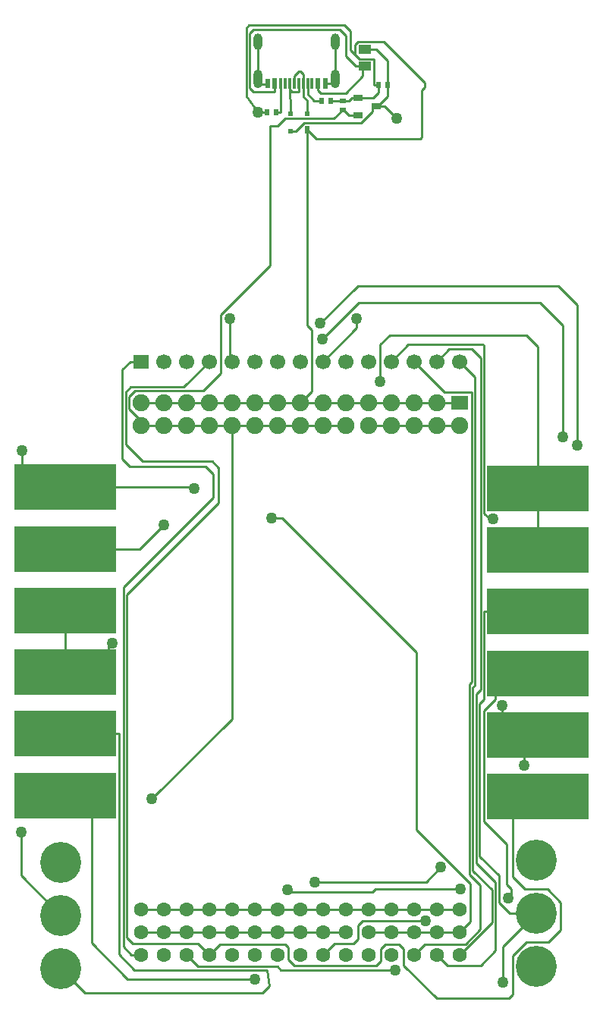
<source format=gbr>
%TF.GenerationSoftware,KiCad,Pcbnew,9.0.6*%
%TF.CreationDate,2025-12-04T14:52:28+01:00*%
%TF.ProjectId,ExtensionBoardBasic,45787465-6e73-4696-9f6e-426f61726442,rev?*%
%TF.SameCoordinates,Original*%
%TF.FileFunction,Copper,L1,Top*%
%TF.FilePolarity,Positive*%
%FSLAX46Y46*%
G04 Gerber Fmt 4.6, Leading zero omitted, Abs format (unit mm)*
G04 Created by KiCad (PCBNEW 9.0.6) date 2025-12-04 14:52:28*
%MOMM*%
%LPD*%
G01*
G04 APERTURE LIST*
%TA.AperFunction,SMDPad,CuDef*%
%ADD10R,11.430000X5.080000*%
%TD*%
%TA.AperFunction,ComponentPad*%
%ADD11C,1.600000*%
%TD*%
%TA.AperFunction,ComponentPad*%
%ADD12R,1.900000X1.574800*%
%TD*%
%TA.AperFunction,ComponentPad*%
%ADD13C,1.900000*%
%TD*%
%TA.AperFunction,ComponentPad*%
%ADD14R,1.700000X1.574800*%
%TD*%
%TA.AperFunction,ComponentPad*%
%ADD15C,1.700000*%
%TD*%
%TA.AperFunction,SMDPad,CuDef*%
%ADD16R,1.450000X1.000000*%
%TD*%
%TA.AperFunction,SMDPad,CuDef*%
%ADD17R,0.700000X0.600000*%
%TD*%
%TA.AperFunction,SMDPad,CuDef*%
%ADD18R,0.600000X0.700000*%
%TD*%
%TA.AperFunction,SMDPad,CuDef*%
%ADD19R,0.600000X0.500000*%
%TD*%
%TA.AperFunction,SMDPad,CuDef*%
%ADD20R,0.600000X0.900000*%
%TD*%
%TA.AperFunction,SMDPad,CuDef*%
%ADD21R,1.000000X0.700000*%
%TD*%
%TA.AperFunction,SMDPad,CuDef*%
%ADD22R,0.300000X1.150000*%
%TD*%
%TA.AperFunction,SMDPad,CuDef*%
%ADD23R,0.500000X1.150000*%
%TD*%
%TA.AperFunction,SMDPad,CuDef*%
%ADD24R,0.500000X1.100000*%
%TD*%
%TA.AperFunction,ComponentPad*%
%ADD25O,1.000000X2.100000*%
%TD*%
%TA.AperFunction,ComponentPad*%
%ADD26O,1.000000X1.850000*%
%TD*%
%TA.AperFunction,ViaPad*%
%ADD27C,1.270000*%
%TD*%
%TA.AperFunction,ViaPad*%
%ADD28C,4.572000*%
%TD*%
%TA.AperFunction,Conductor*%
%ADD29C,0.254000*%
%TD*%
G04 APERTURE END LIST*
D10*
%TO.P,,3*%
%TO.N,//IO4*%
X174744580Y-129751934D03*
%TD*%
D11*
%TO.P,J3,45,45*%
%TO.N,GND*%
X166022610Y-149217584D03*
%TO.P,J3,44,44*%
X163482610Y-149217584D03*
%TO.P,J3,43,43*%
X160942610Y-149217584D03*
%TO.P,J3,42,42*%
X158402610Y-149217584D03*
%TO.P,J3,41,41*%
X155862610Y-149217584D03*
%TO.P,J3,40,40*%
X153322610Y-149217584D03*
%TO.P,J3,39,39*%
X150782610Y-149217584D03*
%TO.P,J3,38,38*%
X148242610Y-149217584D03*
%TO.P,J3,37,37*%
X145702610Y-149217584D03*
%TO.P,J3,36,36*%
X143162610Y-149217584D03*
%TO.P,J3,35,35*%
X140622610Y-149217584D03*
%TO.P,J3,34,34*%
X138082600Y-149217584D03*
%TO.P,J3,33,33*%
X135542600Y-149217584D03*
%TO.P,J3,32,32*%
X133002600Y-149217584D03*
%TO.P,J3,31,31*%
X130462600Y-149217584D03*
%TO.P,J3,30,30*%
%TO.N,+5*%
X166022610Y-151757584D03*
%TO.P,J3,29,29*%
X163482610Y-151757584D03*
%TO.P,J3,28,28*%
X160942610Y-151757584D03*
%TO.P,J3,27,27*%
X158402610Y-151757584D03*
%TO.P,J3,26,26*%
X155862610Y-151757584D03*
%TO.P,J3,25,25*%
%TO.N,+3.3*%
X153322610Y-151757584D03*
%TO.P,J3,24,24*%
X150782610Y-151757584D03*
%TO.P,J3,23,23*%
X148242610Y-151757584D03*
%TO.P,J3,22,22*%
X145702610Y-151757584D03*
%TO.P,J3,21,21*%
X143162610Y-151757584D03*
%TO.P,J3,20,20*%
X140622610Y-151757584D03*
%TO.P,J3,19,19*%
X138082600Y-151757584D03*
%TO.P,J3,18,18*%
X135542600Y-151757584D03*
%TO.P,J3,17,17*%
X133002600Y-151757584D03*
%TO.P,J3,16,16*%
X130462600Y-151757584D03*
%TO.P,J3,15,15*%
%TO.N,//IO44*%
X166022610Y-154297584D03*
%TO.P,J3,14,14*%
%TO.N,//IO43*%
X163482610Y-154297584D03*
%TO.P,J3,13,13*%
%TO.N,//IO38*%
X160942610Y-154297584D03*
%TO.P,J3,12,12*%
%TO.N,//IO18*%
X158402610Y-154297584D03*
%TO.P,J3,11,11*%
%TO.N,//IO17*%
X155862610Y-154297584D03*
%TO.P,J3,10,10*%
%TO.N,//IO15*%
X153322610Y-154297584D03*
%TO.P,J3,9,9*%
%TO.N,//IO10*%
X150782610Y-154297584D03*
%TO.P,J3,8,8*%
%TO.N,//IO9*%
X148242610Y-154297584D03*
%TO.P,J3,7,7*%
%TO.N,//IO8*%
X145702580Y-154297584D03*
%TO.P,J3,6,6*%
%TO.N,//IO7*%
X143162580Y-154297584D03*
%TO.P,J3,5,5*%
%TO.N,//IO6*%
X140622610Y-154297584D03*
%TO.P,J3,4,4*%
%TO.N,//IO5*%
X138082600Y-154297584D03*
%TO.P,J3,3,3*%
%TO.N,//IO4*%
X135542600Y-154297584D03*
%TO.P,J3,2,2*%
%TO.N,//IO02*%
X133002600Y-154297584D03*
%TO.P,J3,1,1*%
%TO.N,//IO01*%
X130462600Y-154297584D03*
%TD*%
D12*
%TO.P,J2,1,1*%
%TO.N,GND*%
X166022580Y-92651584D03*
D13*
%TO.P,J2,2,2*%
%TO.N,+5*%
X166022580Y-95191584D03*
%TO.P,J2,3,3*%
%TO.N,GND*%
X163482580Y-92651584D03*
%TO.P,J2,4,4*%
%TO.N,+5*%
X163482580Y-95191584D03*
%TO.P,J2,5,5*%
%TO.N,GND*%
X160942580Y-92651584D03*
%TO.P,J2,6,6*%
%TO.N,+5*%
X160942580Y-95191584D03*
%TO.P,J2,7,7*%
%TO.N,GND*%
X158402580Y-92651584D03*
%TO.P,J2,8,8*%
%TO.N,+5*%
X158402580Y-95191584D03*
%TO.P,J2,9,9*%
%TO.N,GND*%
X155862580Y-92651584D03*
%TO.P,J2,10,10*%
%TO.N,+5*%
X155862580Y-95191584D03*
%TO.P,J2,11,11*%
%TO.N,GND*%
X153322580Y-92651584D03*
%TO.P,J2,12,12*%
%TO.N,+3.3*%
X153322580Y-95191584D03*
%TO.P,J2,13,13*%
%TO.N,GND*%
X150782580Y-92651584D03*
%TO.P,J2,14,14*%
%TO.N,+3.3*%
X150782580Y-95191584D03*
%TO.P,J2,15,15*%
%TO.N,GND*%
X148242580Y-92651584D03*
%TO.P,J2,16,16*%
%TO.N,+3.3*%
X148242580Y-95191584D03*
%TO.P,J2,17,17*%
%TO.N,GND*%
X145702580Y-92651584D03*
%TO.P,J2,18,18*%
%TO.N,+3.3*%
X145702580Y-95191584D03*
%TO.P,J2,19,19*%
%TO.N,GND*%
X143162580Y-92651584D03*
%TO.P,J2,20,20*%
%TO.N,+3.3*%
X143162580Y-95191584D03*
%TO.P,J2,21,21*%
%TO.N,GND*%
X140622580Y-92651584D03*
%TO.P,J2,22,22*%
%TO.N,+3.3*%
X140622580Y-95191584D03*
%TO.P,J2,23,23*%
%TO.N,GND*%
X138082580Y-92651584D03*
%TO.P,J2,24,24*%
%TO.N,+3.3*%
X138082580Y-95191584D03*
%TO.P,J2,25,25*%
%TO.N,GND*%
X135542580Y-92651584D03*
%TO.P,J2,26,26*%
%TO.N,+3.3*%
X135542580Y-95191584D03*
%TO.P,J2,27,27*%
%TO.N,GND*%
X133002580Y-92651584D03*
%TO.P,J2,28,28*%
%TO.N,+3.3*%
X133002580Y-95191584D03*
%TO.P,J2,29,29*%
%TO.N,GND*%
X130462580Y-92651584D03*
%TO.P,J2,30,30*%
%TO.N,+3.3*%
X130462580Y-95191584D03*
%TD*%
D14*
%TO.P,J1,1,1*%
%TO.N,//IO01*%
X130462580Y-88079584D03*
D15*
%TO.P,J1,2,2*%
%TO.N,//IO02*%
X133002580Y-88079584D03*
%TO.P,J1,3,3*%
%TO.N,//IO4*%
X135542580Y-88079584D03*
%TO.P,J1,4,4*%
%TO.N,//IO5*%
X138082580Y-88079584D03*
%TO.P,J1,5,5*%
%TO.N,//IO6*%
X140622580Y-88079584D03*
%TO.P,J1,6,6*%
%TO.N,//IO7*%
X143162580Y-88079584D03*
%TO.P,J1,7,7*%
%TO.N,//IO8*%
X145702580Y-88079584D03*
%TO.P,J1,8,8*%
%TO.N,//IO9*%
X148242580Y-88079584D03*
%TO.P,J1,9,9*%
%TO.N,//IO10*%
X150782580Y-88079584D03*
%TO.P,J1,10,10*%
%TO.N,//IO15*%
X153322580Y-88079584D03*
%TO.P,J1,11,11*%
%TO.N,//IO17*%
X155862580Y-88079584D03*
%TO.P,J1,12,12*%
%TO.N,//IO18*%
X158402580Y-88079584D03*
%TO.P,J1,13,13*%
%TO.N,//IO38*%
X160942580Y-88079584D03*
%TO.P,J1,14,14*%
%TO.N,//IO43*%
X163482580Y-88079584D03*
%TO.P,J1,15,15*%
%TO.N,//IO44*%
X166022580Y-88079584D03*
%TD*%
D16*
%TO.P,F1,2,2*%
%TO.N,//fuse*%
X155440580Y-55105604D03*
%TO.P,F1,1,1*%
%TO.N,+5*%
X155440580Y-53205604D03*
%TD*%
D17*
%TO.P,C1,2,2*%
%TO.N,+3.3*%
X153027580Y-59989614D03*
%TO.P,C1,1,1*%
%TO.N,GND*%
X153027580Y-58989624D03*
%TD*%
D18*
%TO.P,C2,2,2*%
%TO.N,+5*%
X157972600Y-57203594D03*
%TO.P,C2,1,1*%
%TO.N,GND*%
X156972610Y-57203594D03*
%TD*%
%TO.P,R1,2,2*%
%TO.N,Net-(USB1-CC2)*%
X145526600Y-60251594D03*
%TO.P,R1,1,1*%
%TO.N,GND*%
X144526610Y-60251594D03*
%TD*%
%TO.P,R2,2,2*%
%TO.N,Net-(USB1-CC1)*%
X150630580Y-58981594D03*
%TO.P,R2,1,1*%
%TO.N,GND*%
X151630580Y-58981594D03*
%TD*%
D19*
%TO.P,U1,3,I/O_2*%
%TO.N,D_P*%
X147124570Y-60394594D03*
%TO.P,U1,4,Vcc*%
%TO.N,+5*%
X147124570Y-62394594D03*
%TO.P,U1,2,I/O_1*%
%TO.N,D_N*%
X149024590Y-60394594D03*
D20*
%TO.P,U1,1,GND*%
%TO.N,GND*%
X149024590Y-62194594D03*
%TD*%
D21*
%TO.P,U2,3,VIN*%
%TO.N,+5*%
X156694580Y-59616594D03*
%TO.P,U2,2,VOUT*%
%TO.N,+3.3*%
X154694580Y-60566604D03*
%TO.P,U2,1,VSS*%
%TO.N,GND*%
X154694580Y-58666584D03*
%TD*%
D22*
%TO.P,USB1,A6,DP1*%
%TO.N,D_P*%
X148057610Y-57076594D03*
%TO.P,USB1,A7,DN1*%
%TO.N,D_N*%
X147557590Y-57076594D03*
%TO.P,USB1,B6,DP2*%
%TO.N,D_P*%
X147057620Y-57076594D03*
%TO.P,USB1,B8,SBU2*%
%TO.N,unconnected-(USB1-SBU2-PadB8)*%
X146557590Y-57076594D03*
%TO.P,USB1,B7,DN2*%
%TO.N,D_N*%
X148557590Y-57076594D03*
%TO.P,USB1,A5,CC1*%
%TO.N,Net-(USB1-CC1)*%
X149057610Y-57076594D03*
%TO.P,USB1,A8,SBU1*%
%TO.N,unconnected-(USB1-SBU1-PadA8)*%
X149557580Y-57076594D03*
%TO.P,USB1,B5,CC2*%
%TO.N,Net-(USB1-CC2)*%
X146057620Y-57076594D03*
D23*
%TO.P,USB1,A4B9,VBUS*%
%TO.N,//fuse*%
X150207570Y-57076594D03*
%TO.P,USB1,A1B12,GND*%
%TO.N,GND*%
X151007620Y-57076594D03*
%TO.P,USB1,B4A9,VBUS*%
%TO.N,//fuse*%
X145407580Y-57076594D03*
D24*
%TO.P,USB1,B1A12,GND*%
%TO.N,GND*%
X144607580Y-57076594D03*
D25*
%TO.P,USB1,A1B12,GND*%
X152127610Y-56526584D03*
%TO.P,USB1,B1A12,GND*%
X143487590Y-56526584D03*
D26*
%TO.P,USB1,A1B12,GND*%
X152127610Y-52376574D03*
%TO.P,USB1,B1A12,GND*%
X143487590Y-52376574D03*
%TD*%
D10*
%TO.P,,3*%
%TO.N,GND*%
X174744580Y-102227584D03*
%TD*%
%TO.P,,3*%
%TO.N,+3.3*%
X122039580Y-108993234D03*
%TD*%
%TO.P,,3*%
%TO.N,+5*%
X122039580Y-102112114D03*
%TD*%
%TO.P,,3*%
%TO.N,GND*%
X174744580Y-109108694D03*
%TD*%
%TO.P,,3*%
%TO.N,GND*%
X122039580Y-115874294D03*
%TD*%
%TO.P,,3*%
%TO.N,//IO6*%
X122039580Y-129636474D03*
%TD*%
%TO.P,,3*%
%TO.N,GND*%
X122039580Y-122755404D03*
%TD*%
%TO.P,,3*%
%TO.N,//IO02*%
X174744580Y-122870874D03*
%TD*%
%TO.P,,3*%
%TO.N,//IO5*%
X174744580Y-136633054D03*
%TD*%
%TO.P,,3*%
%TO.N,//IO01*%
X174744580Y-115989764D03*
%TD*%
%TO.P,,3*%
%TO.N,//IO7*%
X122039580Y-136517584D03*
%TD*%
D27*
%TO.N,//IO4*%
X170782180Y-126484584D03*
X173195180Y-133190184D03*
X158793380Y-155973984D03*
%TO.N,//IO7*%
X143172380Y-156989984D03*
D28*
%TO.N,//IO01*%
X174617580Y-149662084D03*
D27*
%TO.N,//IO02*%
X171442580Y-147998384D03*
%TO.N,//IO8*%
X166108580Y-146931584D03*
%TO.N,//IO9*%
X163949580Y-144518584D03*
X149852580Y-146169584D03*
%TO.N,//IO8*%
X146804580Y-147058584D03*
D28*
%TO.N,//IO6*%
X121531580Y-155821584D03*
D27*
%TO.N,//IO8*%
X179189580Y-97401584D03*
X150487580Y-83812584D03*
%TO.N,//IO9*%
X150741580Y-85580574D03*
%TO.N,//IO18*%
X169766180Y-105656584D03*
%TO.N,//IO10*%
X154541570Y-83304584D03*
%TO.N,//IO9*%
X177538580Y-96512584D03*
%TO.N,//IO6*%
X140378380Y-83304584D03*
%TO.N,//IO01*%
X170871180Y-157383584D03*
%TO.N,//IO10*%
X162222380Y-150487584D03*
D28*
%TO.N,//IO02*%
X174617580Y-155567584D03*
D27*
%TO.N,+5*%
X158996580Y-60952584D03*
X136390580Y-102227584D03*
D28*
X174617580Y-143756584D03*
D27*
%TO.N,+3.3*%
X131691580Y-136898584D03*
%TO.N,+5*%
X145026580Y-105529584D03*
X117213580Y-98036584D03*
X117086580Y-140581584D03*
D28*
X121531580Y-149916084D03*
D27*
%TO.N,+3.3*%
X132986980Y-106342384D03*
%TO.N,GND*%
X143487590Y-60251594D03*
X157167780Y-90340384D03*
X127221180Y-119499584D03*
D28*
X121531580Y-144010584D03*
%TD*%
D29*
%TO.N,//IO7*%
X124935180Y-152951384D02*
X124935180Y-136517584D01*
%TO.N,//IO5*%
X135237570Y-90924584D02*
X138082580Y-88079584D01*
X129278580Y-90924584D02*
X135237570Y-90924584D01*
X128745180Y-91457984D02*
X129278580Y-90924584D01*
X128745180Y-97325384D02*
X128745180Y-91457984D01*
X128745180Y-97325384D02*
X130650180Y-99230384D01*
X130650180Y-99230384D02*
X138422580Y-99230384D01*
X138422580Y-99230384D02*
X139123770Y-99931574D01*
X139123770Y-103836924D02*
X139123770Y-99931574D01*
X128897580Y-114063124D02*
X139123770Y-103836924D01*
X128897580Y-152392584D02*
X128897580Y-114063124D01*
X128897580Y-152392584D02*
X129532580Y-153027584D01*
X129532580Y-153027584D02*
X136812630Y-153027584D01*
X136812630Y-153027584D02*
X138082630Y-154297584D01*
X138082630Y-154297584D02*
X139263630Y-153116584D01*
X139263630Y-153116584D02*
X146550580Y-153116584D01*
X146550580Y-153116584D02*
X146883630Y-153449634D01*
X146883630Y-154808424D02*
X146883630Y-153449634D01*
X146883630Y-154808424D02*
X147566580Y-155491384D01*
X147566580Y-155491384D02*
X156710580Y-155491384D01*
X156710580Y-155491384D02*
X157218580Y-154983384D01*
X157218580Y-154983384D02*
X157218580Y-153611784D01*
X157218580Y-153611784D02*
X157726580Y-153103784D01*
X157726580Y-153103784D02*
X159250580Y-153103784D01*
X159250580Y-153103784D02*
X159758580Y-153611784D01*
X159758580Y-155465984D02*
X159758580Y-153611784D01*
X159758580Y-155465984D02*
X163466980Y-159174384D01*
X163466980Y-159174384D02*
X171493380Y-159174384D01*
X171493380Y-159174384D02*
X171950580Y-158717184D01*
X171950580Y-158717184D02*
X171950580Y-154424584D01*
X171950580Y-154424584D02*
X173474580Y-152900584D01*
X173474580Y-152900584D02*
X175938380Y-152900584D01*
X175938380Y-152900584D02*
X177284580Y-151554384D01*
X177284580Y-151554384D02*
X177284580Y-148455584D01*
X175811380Y-146982384D02*
X177284580Y-148455584D01*
X173296780Y-146982384D02*
X175811380Y-146982384D01*
X171950580Y-145636184D02*
X173296780Y-146982384D01*
%TO.N,//IO4*%
X170782180Y-129751934D02*
X170782180Y-126484584D01*
X170782180Y-129751934D02*
X174744580Y-129751934D01*
X174744580Y-131259784D02*
X174744580Y-129751934D01*
X174100330Y-131259784D02*
X174744580Y-131259784D01*
X173195180Y-133190184D02*
X173195180Y-132164934D01*
X173195180Y-132164934D02*
X174100330Y-131259784D01*
X146068690Y-155973984D02*
X158793380Y-155973984D01*
X145687690Y-155592984D02*
X146068690Y-155973984D01*
X136838030Y-155592984D02*
X145687690Y-155592984D01*
X135542630Y-154297584D02*
X136838030Y-155592984D01*
%TO.N,//IO01*%
X168775580Y-115989764D02*
X174744580Y-115989764D01*
%TO.N,//IO7*%
X128973780Y-156989984D02*
X143172380Y-156989984D01*
X124935180Y-152951384D02*
X128973780Y-156989984D01*
X122039580Y-136517584D02*
X124935180Y-136517584D01*
%TO.N,//fuse*%
X150207570Y-57777584D02*
X150537770Y-58107784D01*
X150207570Y-57777584D02*
X150207570Y-57076594D01*
X150537770Y-58107784D02*
X153306980Y-58107784D01*
X153306980Y-58107784D02*
X155211980Y-56202784D01*
X155211980Y-56202784D02*
X155211980Y-55105604D01*
X154470400Y-55105604D02*
X155211980Y-55105604D01*
X155211980Y-55105604D02*
X155440580Y-55105604D01*
X153332380Y-53967584D02*
X154470400Y-55105604D01*
X153332380Y-53967584D02*
X153332380Y-51732384D01*
X152646580Y-51046584D02*
X153332380Y-51732384D01*
X142969180Y-51046584D02*
X152646580Y-51046584D01*
X142588180Y-51427584D02*
X142969180Y-51046584D01*
X142588180Y-57574384D02*
X142588180Y-51427584D01*
X142588180Y-57574384D02*
X142994580Y-57980784D01*
X142994580Y-57980784D02*
X145407580Y-57980784D01*
X145407580Y-57980784D02*
X145407580Y-57076594D01*
%TO.N,//IO38*%
X160942580Y-88079584D02*
X164346130Y-91483134D01*
X164346130Y-91483134D02*
X167353590Y-91483134D01*
X167353590Y-123858734D02*
X167353590Y-91483134D01*
X167124580Y-124087734D02*
X167353590Y-123858734D01*
X167124580Y-145331384D02*
X167124580Y-124087734D01*
X167124580Y-145331384D02*
X168292980Y-146499784D01*
X168292980Y-151478184D02*
X168292980Y-146499784D01*
X166667380Y-153103784D02*
X168292980Y-151478184D01*
X162136380Y-153103784D02*
X166667380Y-153103784D01*
X160942580Y-154297584D02*
X162136380Y-153103784D01*
%TO.N,//IO43*%
X163482580Y-88079584D02*
X164879370Y-86682784D01*
X164879370Y-86682784D02*
X167378580Y-86682784D01*
X167378580Y-86682784D02*
X168394580Y-87698784D01*
X168394580Y-124722734D02*
X168394580Y-87698784D01*
X167886580Y-125230734D02*
X168394580Y-124722734D01*
X167886580Y-144063214D02*
X167886580Y-125230734D01*
X167886580Y-144063214D02*
X170045580Y-146222214D01*
X170045580Y-153840384D02*
X170045580Y-146222214D01*
X168394580Y-155491384D02*
X170045580Y-153840384D01*
X164676380Y-155491384D02*
X168394580Y-155491384D01*
X163482580Y-154297584D02*
X164676380Y-155491384D01*
%TO.N,//IO44*%
X166022580Y-88079584D02*
X167734590Y-89791594D01*
X167734590Y-124239734D02*
X167734590Y-89791594D01*
X167505580Y-124468734D02*
X167734590Y-124239734D01*
X167505580Y-144899584D02*
X167505580Y-124468734D01*
X167505580Y-144899584D02*
X169664580Y-147058584D01*
X169664580Y-150655524D02*
X169664580Y-147058584D01*
X166022530Y-154297584D02*
X169664580Y-150655524D01*
%TO.N,//IO8*%
X156636620Y-146931584D02*
X166108580Y-146931584D01*
X156255620Y-147312584D02*
X156636620Y-146931584D01*
X147058580Y-147312584D02*
X156255620Y-147312584D01*
X179189580Y-96766584D02*
X179189580Y-81780584D01*
X177030580Y-79621584D02*
X179189580Y-81780584D01*
X154678580Y-79621584D02*
X177030580Y-79621584D01*
X150487580Y-83812584D02*
X154678580Y-79621584D01*
%TO.N,//IO02*%
X171747380Y-147693584D02*
X171747380Y-146931584D01*
X171442580Y-147998384D02*
X171747380Y-147693584D01*
X171264780Y-146448984D02*
X171747380Y-146931584D01*
X171264780Y-146448984D02*
X171264780Y-141927784D01*
X168775580Y-139438584D02*
X171264780Y-141927784D01*
X168775580Y-139438584D02*
X168775580Y-127017984D01*
X168775580Y-127017984D02*
X169994780Y-125798784D01*
X169994780Y-125798784D02*
X169994780Y-122870874D01*
X169994780Y-122870874D02*
X174744580Y-122870874D01*
%TO.N,//IO10*%
X154541570Y-84320584D02*
X154541570Y-83304584D01*
X150782580Y-88079584D02*
X154541570Y-84320584D01*
X155186580Y-150487584D02*
X162222380Y-150487584D01*
X154678580Y-150995584D02*
X155186580Y-150487584D01*
X154678580Y-152519584D02*
X154678580Y-150995584D01*
X154170580Y-153027584D02*
X154678580Y-152519584D01*
X152052580Y-153027584D02*
X154170580Y-153027584D01*
X150782580Y-154297584D02*
X152052580Y-153027584D01*
%TO.N,//IO01*%
X170871180Y-153408484D02*
X174617580Y-149662084D01*
X171582280Y-149662084D02*
X174617580Y-149662084D01*
X170871180Y-157383584D02*
X170871180Y-153408484D01*
X170426580Y-148506384D02*
X171582280Y-149662084D01*
X170426580Y-148506384D02*
X170426580Y-145471084D01*
X168267580Y-143312084D02*
X170426580Y-145471084D01*
X168267580Y-143312084D02*
X168267580Y-126289964D01*
X168267580Y-126289964D02*
X168775580Y-125781964D01*
X168775580Y-125781964D02*
X168775580Y-115989764D01*
X129405580Y-154297584D02*
X130462630Y-154297584D01*
X128516580Y-153408584D02*
X129405580Y-154297584D01*
X128516580Y-153408584D02*
X128516580Y-113280594D01*
X128516580Y-113280594D02*
X138498780Y-103298394D01*
X138498780Y-103298394D02*
X138498780Y-100652784D01*
X137660580Y-99814584D02*
X138498780Y-100652784D01*
X129202380Y-99814584D02*
X137660580Y-99814584D01*
X128364180Y-98976384D02*
X129202380Y-99814584D01*
X128364180Y-98976384D02*
X128364180Y-88993984D01*
X128364180Y-88993984D02*
X129278580Y-88079584D01*
X129278580Y-88079584D02*
X130462580Y-88079584D01*
%TO.N,//IO9*%
X162298580Y-146169584D02*
X163949580Y-144518584D01*
X150106580Y-146169584D02*
X162298580Y-146169584D01*
X177538580Y-96258584D02*
X177538580Y-84066584D01*
X174998580Y-81526584D02*
X177538580Y-84066584D01*
X154795570Y-81526584D02*
X174998580Y-81526584D01*
X150741580Y-85580574D02*
X154795570Y-81526584D01*
%TO.N,//IO6*%
X140378380Y-87835384D02*
X140378380Y-83304584D01*
X140378380Y-87835384D02*
X140622580Y-88079584D01*
X121531580Y-155821584D02*
X124223980Y-158513984D01*
X124223980Y-158513984D02*
X144010580Y-158513984D01*
X144010580Y-158513984D02*
X144772580Y-157751984D01*
X144518580Y-155973984D02*
X144772580Y-157751984D01*
X129735780Y-155973984D02*
X144518580Y-155973984D01*
X128008580Y-154246784D02*
X129735780Y-155973984D01*
X128008580Y-154246784D02*
X128008580Y-129636474D01*
X122039580Y-129636474D02*
X128008580Y-129636474D01*
%TO.N,//IO18*%
X169410580Y-105656584D02*
X169766180Y-105656584D01*
X168775580Y-105021584D02*
X169410580Y-105656584D01*
X168775580Y-105021584D02*
X168775580Y-86301784D01*
X168648580Y-86174784D02*
X168775580Y-86301784D01*
X160307370Y-86174784D02*
X168648580Y-86174784D01*
X158402580Y-88079584D02*
X160307370Y-86174784D01*
%TO.N,Net-(USB1-CC2)*%
X146057620Y-60251594D02*
X146057620Y-57076594D01*
X145526600Y-60251594D02*
X146057620Y-60251594D01*
%TO.N,Net-(USB1-CC1)*%
X149057610Y-58234784D02*
X149057610Y-57076594D01*
X149057610Y-58234784D02*
X149804420Y-58981594D01*
X149804420Y-58981594D02*
X150630580Y-58981594D01*
%TO.N,+5*%
X157660590Y-59616594D02*
X158996580Y-60952584D01*
%TO.N,GND*%
X161641790Y-63238584D02*
X161790580Y-63089794D01*
X150068580Y-63238584D02*
X161641790Y-63238584D01*
X161790580Y-63089794D02*
X161790580Y-57828384D01*
X149024590Y-62194594D02*
X150068580Y-63238584D01*
X161790580Y-57828384D02*
X162171580Y-57447384D01*
X157574180Y-52341984D02*
X162171580Y-56939384D01*
X162171580Y-57447384D02*
X162171580Y-56939384D01*
%TO.N,+5*%
X156844580Y-59616594D02*
X157660590Y-59616594D01*
X156694580Y-59616594D02*
X156844580Y-59616594D01*
X156544580Y-59616594D02*
X156694580Y-59616594D01*
X156321580Y-59839594D02*
X156544580Y-59616594D01*
X156321580Y-60148824D02*
X156321580Y-59839594D01*
X155003250Y-61467154D02*
X156321580Y-60148824D01*
X148642820Y-61467154D02*
X155003250Y-61467154D01*
X148197480Y-61912494D02*
X148642820Y-61467154D01*
X148197480Y-61972684D02*
X148197480Y-61912494D01*
X147775570Y-62394594D02*
X148197480Y-61972684D01*
X147124570Y-62394594D02*
X147775570Y-62394594D01*
%TO.N,+3.3*%
X145691410Y-61811754D02*
X146550580Y-60952584D01*
X146550580Y-60952584D02*
X152014610Y-60952584D01*
X152014610Y-60952584D02*
X152977580Y-59989614D01*
X153027580Y-59989614D02*
X153077580Y-59989614D01*
X152977580Y-59989614D02*
X153027580Y-59989614D01*
X153654570Y-60566604D02*
X154694580Y-60566604D01*
X153077580Y-59989614D02*
X153654570Y-60566604D01*
X144899580Y-61811754D02*
X145691410Y-61811754D01*
X144899580Y-77346544D02*
X144899580Y-61811754D01*
X139362380Y-82883744D02*
X144899580Y-77346544D01*
%TO.N,GND*%
X158234580Y-85107984D02*
X173474580Y-85107984D01*
X157167780Y-86174784D02*
X158234580Y-85107984D01*
X174744580Y-102227584D02*
X174744580Y-86377984D01*
X157167780Y-90340384D02*
X157167780Y-86174784D01*
X173474580Y-85107984D02*
X174744580Y-86377984D01*
%TO.N,+3.3*%
X129131570Y-93327574D02*
X130995570Y-95191584D01*
X130995570Y-95191584D02*
X133002580Y-95191584D01*
X130462580Y-95191584D02*
X130995570Y-95191584D01*
%TO.N,+5*%
X156844580Y-59616594D02*
X157972600Y-58488564D01*
X157972600Y-58488564D02*
X157972600Y-57203594D01*
X157972600Y-57203594D02*
X157980580Y-57195614D01*
X157980580Y-57195614D02*
X157980580Y-54475584D01*
X155440580Y-53205584D02*
X156710580Y-53205584D01*
X156710580Y-53205584D02*
X157980580Y-54475584D01*
%TO.N,GND*%
X154830980Y-54348584D02*
X156431180Y-54348584D01*
X156431180Y-57203594D02*
X156431180Y-54348584D01*
%TO.N,+5*%
X122039580Y-102112114D02*
X136275110Y-102112114D01*
X136275110Y-102112114D02*
X136390580Y-102227584D01*
%TO.N,+3.3*%
X137391590Y-91320574D02*
X139362380Y-89349784D01*
X129786580Y-91320574D02*
X137391590Y-91320574D01*
X139362380Y-89349784D02*
X139362380Y-82883744D01*
X129131570Y-91975584D02*
X129786580Y-91320574D01*
X129131570Y-93327574D02*
X129131570Y-91975584D01*
%TO.N,+5*%
X162249800Y-141381964D02*
X162249800Y-141381964D01*
X161182830Y-140314994D02*
X162249800Y-141381964D01*
X162249800Y-141381964D02*
X167203600Y-146335764D01*
X161182830Y-140314994D02*
X161182830Y-120527444D01*
X166022600Y-151757584D02*
X167203600Y-150576584D01*
X167203600Y-150576584D02*
X167203600Y-146335764D01*
X166022530Y-151757584D02*
X166022600Y-151757584D01*
%TO.N,+3.3*%
X131691580Y-136898584D02*
X140622580Y-127967584D01*
X140622580Y-127967584D02*
X140622580Y-95191584D01*
X150782580Y-151757584D02*
X153322580Y-151757584D01*
X148242580Y-151757584D02*
X150782580Y-151757584D01*
X145702580Y-151757584D02*
X148242580Y-151757584D01*
X143162580Y-151757584D02*
X145702580Y-151757584D01*
X140622580Y-151757584D02*
X143162580Y-151757584D01*
X138082630Y-151757584D02*
X140622580Y-151757584D01*
X135542630Y-151757584D02*
X138082630Y-151757584D01*
X133002630Y-151757584D02*
X135542630Y-151757584D01*
X130462630Y-151757584D02*
X133002630Y-151757584D01*
%TO.N,+5*%
X163482580Y-151757584D02*
X166022530Y-151757584D01*
X160942580Y-151757584D02*
X163482580Y-151757584D01*
X158402580Y-151757584D02*
X160942580Y-151757584D01*
X155862580Y-151757584D02*
X158402580Y-151757584D01*
X145026580Y-105529584D02*
X146184970Y-105529584D01*
X146184970Y-105529584D02*
X161182830Y-120527444D01*
%TO.N,GND*%
X155862580Y-149217584D02*
X158402580Y-149217584D01*
X158402580Y-149217584D02*
X160942580Y-149217584D01*
X160942580Y-149217584D02*
X163482580Y-149217584D01*
X153322580Y-149217584D02*
X155862580Y-149217584D01*
X143162580Y-149217584D02*
X145702580Y-149217584D01*
X145702580Y-149217584D02*
X148242580Y-149217584D01*
X140622580Y-149217584D02*
X143162580Y-149217584D01*
%TO.N,+3.3*%
X150782580Y-95191584D02*
X153322580Y-95191584D01*
X148242580Y-95191584D02*
X150782580Y-95191584D01*
X145702580Y-95191584D02*
X148242580Y-95191584D01*
X143162580Y-95191584D02*
X145702580Y-95191584D01*
X140622580Y-95191584D02*
X143162580Y-95191584D01*
%TO.N,+5*%
X117213580Y-99699114D02*
X117213580Y-98036584D01*
X119626580Y-102112114D02*
X122039580Y-102112114D01*
X117213580Y-99699114D02*
X119626580Y-102112114D01*
X117086580Y-145471084D02*
X117086580Y-140835584D01*
X117086580Y-145471084D02*
X121531580Y-149916084D01*
%TO.N,GND*%
X149496980Y-91397174D02*
X149496980Y-84549184D01*
X149024590Y-84076794D02*
X149024590Y-62197184D01*
X149024590Y-84076794D02*
X149496980Y-84549184D01*
X148242580Y-92651584D02*
X149496980Y-91397174D01*
X149024590Y-62197184D02*
X149024590Y-62194594D01*
X174744580Y-109108694D02*
X174744580Y-102227584D01*
%TO.N,D_P*%
X147057620Y-57675014D02*
X147057620Y-57076594D01*
X147057620Y-58726634D02*
X147057620Y-57675014D01*
%TO.N,GND*%
X154322980Y-53840584D02*
X154830980Y-54348584D01*
X153809190Y-53326794D02*
X154322980Y-53840584D01*
X151007620Y-57076594D02*
X152127610Y-57076594D01*
X143487590Y-57091784D02*
X144607580Y-57091784D01*
X126865580Y-122755404D02*
X126865580Y-119855184D01*
X143487590Y-60251594D02*
X144526610Y-60251594D01*
X142207180Y-58448194D02*
X143487590Y-60251594D01*
X142207180Y-58448194D02*
X142207180Y-50817984D01*
X142207180Y-50817984D02*
X142486580Y-50538584D01*
X142486580Y-50538584D02*
X153154580Y-50538584D01*
X153154580Y-50538584D02*
X153809190Y-51193194D01*
X153809190Y-53326794D02*
X153809190Y-51193194D01*
%TO.N,+3.3*%
X122039580Y-108993234D02*
X130336130Y-108993234D01*
X130336130Y-108993234D02*
X132986980Y-106342384D01*
%TO.N,D_P*%
X147057620Y-58726634D02*
X147124570Y-58793584D01*
X147124570Y-60394594D02*
X147124570Y-58793584D01*
%TO.N,GND*%
X154678580Y-52341984D02*
X157574180Y-52341984D01*
X154322980Y-52697584D02*
X154678580Y-52341984D01*
X154322980Y-53840584D02*
X154322980Y-52697584D01*
X156431180Y-57203594D02*
X156972610Y-57203594D01*
%TO.N,D_P*%
X148057610Y-57929984D02*
X148057610Y-57076594D01*
X147312580Y-57929984D02*
X148057610Y-57929984D01*
X147057620Y-57675014D02*
X147312580Y-57929984D01*
%TO.N,GND*%
X122039580Y-122755404D02*
X126865580Y-122755404D01*
X126865580Y-119855184D02*
X127221180Y-119499584D01*
%TO.N,D_N*%
X148557590Y-57076594D02*
X148557590Y-55999584D01*
X148252790Y-55694784D02*
X148557590Y-55999584D01*
X148074580Y-55694784D02*
X148252790Y-55694784D01*
X147557590Y-56211774D02*
X148074580Y-55694784D01*
X147557590Y-57076594D02*
X147557590Y-56211774D01*
%TO.N,GND*%
X156972610Y-58031584D02*
X156972610Y-57203594D01*
X156337610Y-58666584D02*
X156972610Y-58031584D01*
X154694580Y-58666584D02*
X156337610Y-58666584D01*
X143487590Y-57091784D02*
X143487590Y-56526584D01*
X144607580Y-57091784D02*
X144607580Y-57076594D01*
X152127610Y-57076594D02*
X152127610Y-56526584D01*
X122039580Y-122755404D02*
X122039580Y-115874294D01*
%TO.N,D_N*%
X148557590Y-58504384D02*
X148557590Y-57076594D01*
X148557590Y-58504384D02*
X149024590Y-58971384D01*
X149024590Y-60394594D02*
X149024590Y-58971384D01*
%TO.N,GND*%
X143487590Y-56526584D02*
X143487590Y-52376574D01*
X152127610Y-56526584D02*
X152127610Y-52376574D01*
X154011020Y-58666584D02*
X154694580Y-58666584D01*
X153687980Y-58989624D02*
X154011020Y-58666584D01*
X153027580Y-58989624D02*
X153687980Y-58989624D01*
X152324410Y-58989624D02*
X153027580Y-58989624D01*
X152316380Y-58981594D02*
X152324410Y-58989624D01*
X151630580Y-58981594D02*
X152316380Y-58981594D01*
X163482580Y-149217584D02*
X166022530Y-149217584D01*
X150782580Y-149217584D02*
X153322580Y-149217584D01*
X148242580Y-149217584D02*
X150782580Y-149217584D01*
X138082630Y-149217584D02*
X140622580Y-149217584D01*
X135542630Y-149217584D02*
X138082630Y-149217584D01*
X133002630Y-149217584D02*
X135542630Y-149217584D01*
X130462630Y-149217584D02*
X133002630Y-149217584D01*
%TO.N,+5*%
X163482580Y-95191584D02*
X166022580Y-95191584D01*
X160942580Y-95191584D02*
X163482580Y-95191584D01*
X158402580Y-95191584D02*
X160942580Y-95191584D01*
X155862580Y-95191584D02*
X158402580Y-95191584D01*
%TO.N,+3.3*%
X138082580Y-95191584D02*
X140622580Y-95191584D01*
X135542580Y-95191584D02*
X138082580Y-95191584D01*
X133002580Y-95191584D02*
X135542580Y-95191584D01*
%TO.N,GND*%
X163482580Y-92651584D02*
X166022580Y-92651584D01*
X160942580Y-92651584D02*
X163482580Y-92651584D01*
X158402580Y-92651584D02*
X160942580Y-92651584D01*
X155862580Y-92651584D02*
X158402580Y-92651584D01*
X153322580Y-92651584D02*
X155862580Y-92651584D01*
X150782580Y-92651584D02*
X153322580Y-92651584D01*
X148242580Y-92651584D02*
X150782580Y-92651584D01*
X145702580Y-92651584D02*
X148242580Y-92651584D01*
X143162580Y-92651584D02*
X145702580Y-92651584D01*
X140622580Y-92651584D02*
X143162580Y-92651584D01*
X138082580Y-92651584D02*
X140622580Y-92651584D01*
X135542580Y-92651584D02*
X138082580Y-92651584D01*
X133002580Y-92651584D02*
X135542580Y-92651584D01*
X130462580Y-92651584D02*
X133002580Y-92651584D01*
%TO.N,//IO5*%
X171950580Y-145636184D02*
X171950580Y-136633054D01*
%TD*%
M02*

</source>
